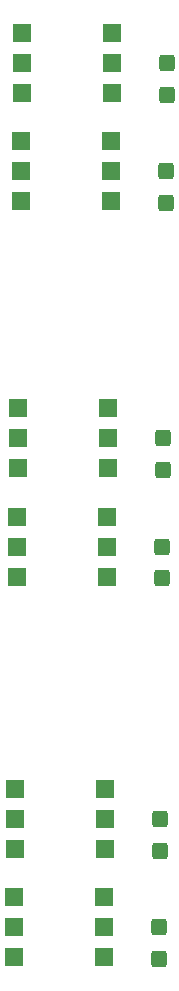
<source format=gbr>
%TF.GenerationSoftware,KiCad,Pcbnew,9.0.0-9.0.0-2~ubuntu22.04.1*%
%TF.CreationDate,2025-03-13T08:20:23+01:00*%
%TF.ProjectId,detec_power,64657465-635f-4706-9f77-65722e6b6963,rev?*%
%TF.SameCoordinates,Original*%
%TF.FileFunction,Paste,Top*%
%TF.FilePolarity,Positive*%
%FSLAX46Y46*%
G04 Gerber Fmt 4.6, Leading zero omitted, Abs format (unit mm)*
G04 Created by KiCad (PCBNEW 9.0.0-9.0.0-2~ubuntu22.04.1) date 2025-03-13 08:20:23*
%MOMM*%
%LPD*%
G01*
G04 APERTURE LIST*
G04 Aperture macros list*
%AMRoundRect*
0 Rectangle with rounded corners*
0 $1 Rounding radius*
0 $2 $3 $4 $5 $6 $7 $8 $9 X,Y pos of 4 corners*
0 Add a 4 corners polygon primitive as box body*
4,1,4,$2,$3,$4,$5,$6,$7,$8,$9,$2,$3,0*
0 Add four circle primitives for the rounded corners*
1,1,$1+$1,$2,$3*
1,1,$1+$1,$4,$5*
1,1,$1+$1,$6,$7*
1,1,$1+$1,$8,$9*
0 Add four rect primitives between the rounded corners*
20,1,$1+$1,$2,$3,$4,$5,0*
20,1,$1+$1,$4,$5,$6,$7,0*
20,1,$1+$1,$6,$7,$8,$9,0*
20,1,$1+$1,$8,$9,$2,$3,0*%
G04 Aperture macros list end*
%ADD10RoundRect,0.250000X-0.425000X0.450000X-0.425000X-0.450000X0.425000X-0.450000X0.425000X0.450000X0*%
%ADD11R,1.600000X1.600000*%
G04 APERTURE END LIST*
D10*
%TO.C,C1*%
X167550000Y-120760000D03*
X167550000Y-123460000D03*
%TD*%
%TO.C,C2*%
X167620000Y-111590000D03*
X167620000Y-114290000D03*
%TD*%
D11*
%TO.C,U1*%
X155540000Y-86000000D03*
X155540000Y-88540000D03*
X155540000Y-91080000D03*
X163160000Y-91080000D03*
X163160000Y-88540000D03*
X163160000Y-86000000D03*
%TD*%
D10*
%TO.C,C2*%
X167900000Y-79360000D03*
X167900000Y-82060000D03*
%TD*%
%TO.C,C1*%
X168140000Y-56740000D03*
X168140000Y-59440000D03*
%TD*%
D11*
%TO.C,U2*%
X155340000Y-109070000D03*
X155340000Y-111610000D03*
X155340000Y-114150000D03*
X162960000Y-114150000D03*
X162960000Y-111610000D03*
X162960000Y-109070000D03*
%TD*%
%TO.C,U2*%
X155930000Y-45050000D03*
X155930000Y-47590000D03*
X155930000Y-50130000D03*
X163550000Y-50130000D03*
X163550000Y-47590000D03*
X163550000Y-45050000D03*
%TD*%
%TO.C,U1*%
X155850000Y-54210000D03*
X155850000Y-56750000D03*
X155850000Y-59290000D03*
X163470000Y-59290000D03*
X163470000Y-56750000D03*
X163470000Y-54210000D03*
%TD*%
%TO.C,U2*%
X155620000Y-76840000D03*
X155620000Y-79380000D03*
X155620000Y-81920000D03*
X163240000Y-81920000D03*
X163240000Y-79380000D03*
X163240000Y-76840000D03*
%TD*%
D10*
%TO.C,C2*%
X168210000Y-47570000D03*
X168210000Y-50270000D03*
%TD*%
D11*
%TO.C,U1*%
X155260000Y-118230000D03*
X155260000Y-120770000D03*
X155260000Y-123310000D03*
X162880000Y-123310000D03*
X162880000Y-120770000D03*
X162880000Y-118230000D03*
%TD*%
D10*
%TO.C,C1*%
X167830000Y-88530000D03*
X167830000Y-91230000D03*
%TD*%
M02*

</source>
